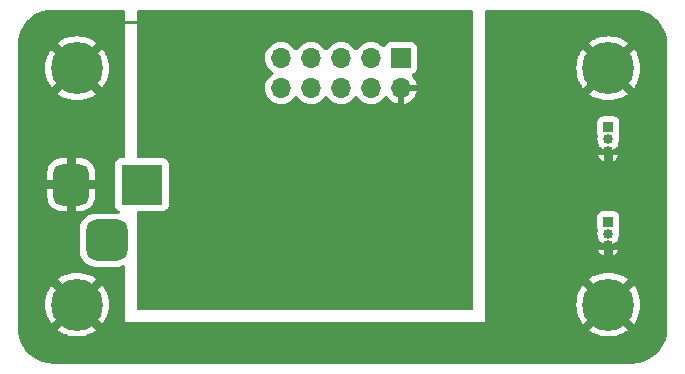
<source format=gbr>
%TF.GenerationSoftware,KiCad,Pcbnew,7.0.2-0*%
%TF.CreationDate,2023-10-10T16:02:43-04:00*%
%TF.ProjectId,WiringHarness,57697269-6e67-4486-9172-6e6573732e6b,rev?*%
%TF.SameCoordinates,Original*%
%TF.FileFunction,Copper,L2,Bot*%
%TF.FilePolarity,Positive*%
%FSLAX46Y46*%
G04 Gerber Fmt 4.6, Leading zero omitted, Abs format (unit mm)*
G04 Created by KiCad (PCBNEW 7.0.2-0) date 2023-10-10 16:02:43*
%MOMM*%
%LPD*%
G01*
G04 APERTURE LIST*
G04 Aperture macros list*
%AMRoundRect*
0 Rectangle with rounded corners*
0 $1 Rounding radius*
0 $2 $3 $4 $5 $6 $7 $8 $9 X,Y pos of 4 corners*
0 Add a 4 corners polygon primitive as box body*
4,1,4,$2,$3,$4,$5,$6,$7,$8,$9,$2,$3,0*
0 Add four circle primitives for the rounded corners*
1,1,$1+$1,$2,$3*
1,1,$1+$1,$4,$5*
1,1,$1+$1,$6,$7*
1,1,$1+$1,$8,$9*
0 Add four rect primitives between the rounded corners*
20,1,$1+$1,$2,$3,$4,$5,0*
20,1,$1+$1,$4,$5,$6,$7,0*
20,1,$1+$1,$6,$7,$8,$9,0*
20,1,$1+$1,$8,$9,$2,$3,0*%
G04 Aperture macros list end*
%TA.AperFunction,ComponentPad*%
%ADD10R,0.850000X0.850000*%
%TD*%
%TA.AperFunction,ComponentPad*%
%ADD11O,0.850000X0.850000*%
%TD*%
%TA.AperFunction,ComponentPad*%
%ADD12C,4.400000*%
%TD*%
%TA.AperFunction,ComponentPad*%
%ADD13R,3.500000X3.500000*%
%TD*%
%TA.AperFunction,ComponentPad*%
%ADD14RoundRect,0.750000X-0.750000X-1.000000X0.750000X-1.000000X0.750000X1.000000X-0.750000X1.000000X0*%
%TD*%
%TA.AperFunction,ComponentPad*%
%ADD15RoundRect,0.875000X-0.875000X-0.875000X0.875000X-0.875000X0.875000X0.875000X-0.875000X0.875000X0*%
%TD*%
%TA.AperFunction,ComponentPad*%
%ADD16R,1.700000X1.700000*%
%TD*%
%TA.AperFunction,ComponentPad*%
%ADD17O,1.700000X1.700000*%
%TD*%
%TA.AperFunction,ViaPad*%
%ADD18C,0.800000*%
%TD*%
%TA.AperFunction,Conductor*%
%ADD19C,0.250000*%
%TD*%
G04 APERTURE END LIST*
D10*
%TO.P,J3,1,Pin_1*%
%TO.N,/ServoX*%
X205000000Y-53000000D03*
D11*
%TO.P,J3,2,Pin_2*%
%TO.N,/VoutServo*%
X205000000Y-54000000D03*
%TO.P,J3,3,Pin_3*%
%TO.N,GND*%
X205000000Y-55000000D03*
%TD*%
D12*
%TO.P,H5,1,1*%
%TO.N,GND*%
X160000000Y-40000000D03*
%TD*%
%TO.P,H3,1,1*%
%TO.N,GND*%
X160000000Y-60000000D03*
%TD*%
D10*
%TO.P,J2,1,Pin_1*%
%TO.N,/ServoY*%
X205000000Y-45000000D03*
D11*
%TO.P,J2,2,Pin_2*%
%TO.N,/VoutServo*%
X205000000Y-46000000D03*
%TO.P,J2,3,Pin_3*%
%TO.N,GND*%
X205000000Y-47000000D03*
%TD*%
D13*
%TO.P,J1,1*%
%TO.N,+12V*%
X165512000Y-49842500D03*
D14*
%TO.P,J1,2*%
%TO.N,GND*%
X159512000Y-49842500D03*
D15*
%TO.P,J1,3*%
%TO.N,N/C*%
X162512000Y-54542500D03*
%TD*%
D12*
%TO.P,H2,1,1*%
%TO.N,GND*%
X205000000Y-60000000D03*
%TD*%
D16*
%TO.P,J4,1,Pin_1*%
%TO.N,unconnected-(J4-Pin_1-Pad1)*%
X187452000Y-39116000D03*
D17*
%TO.P,J4,2,Pin_2*%
%TO.N,GND*%
X187452000Y-41656000D03*
%TO.P,J4,3,Pin_3*%
%TO.N,unconnected-(J4-Pin_3-Pad3)*%
X184912000Y-39116000D03*
%TO.P,J4,4,Pin_4*%
%TO.N,/Vsys*%
X184912000Y-41656000D03*
%TO.P,J4,5,Pin_5*%
%TO.N,unconnected-(J4-Pin_5-Pad5)*%
X182372000Y-39116000D03*
%TO.P,J4,6,Pin_6*%
%TO.N,/ServoX*%
X182372000Y-41656000D03*
%TO.P,J4,7,Pin_7*%
%TO.N,unconnected-(J4-Pin_7-Pad7)*%
X179832000Y-39116000D03*
%TO.P,J4,8,Pin_8*%
%TO.N,/ServoY*%
X179832000Y-41656000D03*
%TO.P,J4,9,Pin_9*%
%TO.N,unconnected-(J4-Pin_9-Pad9)*%
X177292000Y-39116000D03*
%TO.P,J4,10,Pin_10*%
%TO.N,unconnected-(J4-Pin_10-Pad10)*%
X177292000Y-41656000D03*
%TD*%
D12*
%TO.P,H1,1,1*%
%TO.N,GND*%
X205000000Y-40000000D03*
%TD*%
D18*
%TO.N,GND*%
X177000000Y-48000000D03*
X199644000Y-50800000D03*
X196596000Y-52324000D03*
X199644000Y-49276000D03*
X182372000Y-48768000D03*
X198628000Y-64008000D03*
X180848000Y-48768000D03*
X183896000Y-50292000D03*
X198120000Y-52324000D03*
X196596000Y-49276000D03*
X177000000Y-52000000D03*
X198120000Y-49276000D03*
X183896000Y-48768000D03*
X202000000Y-64000000D03*
X182372000Y-51816000D03*
X196596000Y-50800000D03*
X203524000Y-64000000D03*
X177000000Y-50000000D03*
X180848000Y-50292000D03*
X183896000Y-51816000D03*
X182372000Y-50292000D03*
X199644000Y-52324000D03*
X198120000Y-50800000D03*
X200152000Y-64008000D03*
X180848000Y-51816000D03*
%TD*%
D19*
%TO.N,GND*%
X163576000Y-36068000D02*
X165608000Y-36068000D01*
%TD*%
%TA.AperFunction,Conductor*%
%TO.N,GND*%
G36*
X164027039Y-35071685D02*
G01*
X164072794Y-35124489D01*
X164084000Y-35176000D01*
X164084000Y-47468000D01*
X164064315Y-47535039D01*
X164011511Y-47580794D01*
X163960001Y-47592000D01*
X163717439Y-47592000D01*
X163717420Y-47592000D01*
X163714128Y-47592001D01*
X163710848Y-47592353D01*
X163710840Y-47592354D01*
X163654515Y-47598409D01*
X163519669Y-47648704D01*
X163404454Y-47734954D01*
X163318204Y-47850168D01*
X163267909Y-47985016D01*
X163262195Y-48038167D01*
X163261500Y-48044627D01*
X163261500Y-48047948D01*
X163261500Y-48047949D01*
X163261500Y-51637060D01*
X163261500Y-51637078D01*
X163261501Y-51640372D01*
X163267909Y-51699983D01*
X163318204Y-51834831D01*
X163404454Y-51950046D01*
X163519669Y-52036296D01*
X163566940Y-52053927D01*
X163622873Y-52095796D01*
X163647291Y-52161261D01*
X163632440Y-52229534D01*
X163583035Y-52278940D01*
X163517033Y-52293934D01*
X163482242Y-52292086D01*
X163482240Y-52292085D01*
X163480622Y-52292000D01*
X161543378Y-52292000D01*
X161541753Y-52292086D01*
X161541727Y-52292087D01*
X161495040Y-52294567D01*
X161495031Y-52294568D01*
X161490759Y-52294795D01*
X161486561Y-52295606D01*
X161486552Y-52295608D01*
X161260877Y-52339254D01*
X161041807Y-52421927D01*
X160839868Y-52540430D01*
X160660858Y-52691358D01*
X160509930Y-52870368D01*
X160391427Y-53072307D01*
X160308754Y-53291377D01*
X160265108Y-53517052D01*
X160265106Y-53517061D01*
X160264295Y-53521259D01*
X160264068Y-53525531D01*
X160264067Y-53525540D01*
X160261587Y-53572227D01*
X160261586Y-53572253D01*
X160261500Y-53573878D01*
X160261500Y-55511122D01*
X160261586Y-55512747D01*
X160261587Y-55512772D01*
X160264067Y-55559459D01*
X160264067Y-55559466D01*
X160264295Y-55563741D01*
X160308755Y-55793626D01*
X160391426Y-56012690D01*
X160509930Y-56214632D01*
X160660858Y-56393642D01*
X160839868Y-56544570D01*
X161041810Y-56663074D01*
X161260874Y-56745745D01*
X161490759Y-56790205D01*
X161543378Y-56793000D01*
X161545022Y-56793000D01*
X163478978Y-56793000D01*
X163480622Y-56793000D01*
X163533241Y-56790205D01*
X163763126Y-56745745D01*
X163916220Y-56687969D01*
X163985890Y-56682717D01*
X164047342Y-56715965D01*
X164081064Y-56777158D01*
X164084000Y-56803984D01*
X164084000Y-61468000D01*
X194564000Y-61468000D01*
X194564000Y-60003736D01*
X202295291Y-60003736D01*
X202314560Y-60322302D01*
X202315462Y-60329732D01*
X202372990Y-60643651D01*
X202374778Y-60650907D01*
X202469729Y-60955613D01*
X202472374Y-60962589D01*
X202603362Y-61253631D01*
X202606836Y-61260251D01*
X202771945Y-61533373D01*
X202776191Y-61539525D01*
X202843821Y-61625847D01*
X204003576Y-60466092D01*
X204043038Y-60552502D01*
X204164894Y-60723624D01*
X204316932Y-60868592D01*
X204493658Y-60982167D01*
X204532580Y-60997749D01*
X203374151Y-62156177D01*
X203374151Y-62156178D01*
X203460470Y-62223805D01*
X203466631Y-62228058D01*
X203739748Y-62393163D01*
X203746368Y-62396637D01*
X204037410Y-62527625D01*
X204044386Y-62530270D01*
X204349092Y-62625221D01*
X204356348Y-62627009D01*
X204670267Y-62684537D01*
X204677697Y-62685439D01*
X204996264Y-62704709D01*
X205003736Y-62704709D01*
X205322302Y-62685439D01*
X205329732Y-62684537D01*
X205643651Y-62627009D01*
X205650907Y-62625221D01*
X205955613Y-62530270D01*
X205962589Y-62527625D01*
X206253631Y-62396637D01*
X206260251Y-62393163D01*
X206533368Y-62228058D01*
X206539531Y-62223803D01*
X206625848Y-62156178D01*
X205466663Y-60996993D01*
X205597410Y-60929589D01*
X205762540Y-60799729D01*
X205900110Y-60640965D01*
X205999370Y-60469040D01*
X207156178Y-61625848D01*
X207223803Y-61539531D01*
X207228058Y-61533368D01*
X207393163Y-61260251D01*
X207396637Y-61253631D01*
X207527625Y-60962589D01*
X207530270Y-60955613D01*
X207625221Y-60650907D01*
X207627009Y-60643651D01*
X207684537Y-60329732D01*
X207685439Y-60322302D01*
X207704709Y-60003736D01*
X207704709Y-59996263D01*
X207685439Y-59677697D01*
X207684537Y-59670267D01*
X207627009Y-59356348D01*
X207625221Y-59349092D01*
X207530270Y-59044386D01*
X207527625Y-59037410D01*
X207396637Y-58746368D01*
X207393163Y-58739748D01*
X207228058Y-58466631D01*
X207223805Y-58460470D01*
X207156177Y-58374151D01*
X205996422Y-59533905D01*
X205956962Y-59447498D01*
X205835106Y-59276376D01*
X205683068Y-59131408D01*
X205506342Y-59017833D01*
X205467419Y-59002250D01*
X206625847Y-57843821D01*
X206625847Y-57843820D01*
X206539525Y-57776191D01*
X206533373Y-57771945D01*
X206260251Y-57606836D01*
X206253631Y-57603362D01*
X205962589Y-57472374D01*
X205955613Y-57469729D01*
X205650907Y-57374778D01*
X205643651Y-57372990D01*
X205329732Y-57315462D01*
X205322302Y-57314560D01*
X205003736Y-57295291D01*
X204996264Y-57295291D01*
X204677697Y-57314560D01*
X204670267Y-57315462D01*
X204356348Y-57372990D01*
X204349092Y-57374778D01*
X204044386Y-57469729D01*
X204037410Y-57472374D01*
X203746368Y-57603362D01*
X203739748Y-57606836D01*
X203466626Y-57771945D01*
X203460474Y-57776191D01*
X203374151Y-57843820D01*
X203374151Y-57843821D01*
X204533336Y-59003006D01*
X204402590Y-59070411D01*
X204237460Y-59200271D01*
X204099890Y-59359035D01*
X204000630Y-59530958D01*
X202843821Y-58374151D01*
X202843820Y-58374151D01*
X202776191Y-58460474D01*
X202771945Y-58466626D01*
X202606836Y-58739748D01*
X202603362Y-58746368D01*
X202472374Y-59037410D01*
X202469729Y-59044386D01*
X202374778Y-59349092D01*
X202372990Y-59356348D01*
X202315462Y-59670267D01*
X202314560Y-59677697D01*
X202295291Y-59996263D01*
X202295291Y-60003736D01*
X194564000Y-60003736D01*
X194564000Y-55375001D01*
X204149241Y-55375001D01*
X204150314Y-55378303D01*
X204247536Y-55546696D01*
X204377643Y-55691192D01*
X204534953Y-55805486D01*
X204624999Y-55845576D01*
X204625000Y-55845576D01*
X204625000Y-55375000D01*
X205375000Y-55375000D01*
X205375000Y-55845576D01*
X205465046Y-55805486D01*
X205622356Y-55691192D01*
X205752463Y-55546696D01*
X205849685Y-55378303D01*
X205850758Y-55375001D01*
X205850758Y-55375000D01*
X205375000Y-55375000D01*
X204625000Y-55375000D01*
X204149242Y-55375000D01*
X204149241Y-55375001D01*
X194564000Y-55375001D01*
X194564000Y-54000000D01*
X204069402Y-54000000D01*
X204089738Y-54193482D01*
X204089739Y-54193485D01*
X204149855Y-54378507D01*
X204184492Y-54438500D01*
X204200965Y-54506400D01*
X204184492Y-54562500D01*
X204150315Y-54621696D01*
X204149241Y-54624998D01*
X204149243Y-54625000D01*
X204262161Y-54625000D01*
X204329200Y-54644685D01*
X204354309Y-54666026D01*
X204377308Y-54691569D01*
X204534701Y-54805922D01*
X204677335Y-54869426D01*
X204712431Y-54885052D01*
X204768211Y-54896908D01*
X204764505Y-54902455D01*
X204745102Y-55000000D01*
X204764505Y-55097545D01*
X204819760Y-55180240D01*
X204902455Y-55235495D01*
X204975376Y-55250000D01*
X205024624Y-55250000D01*
X205097545Y-55235495D01*
X205180240Y-55180240D01*
X205235495Y-55097545D01*
X205254898Y-55000000D01*
X205235495Y-54902455D01*
X205231788Y-54896908D01*
X205287568Y-54885052D01*
X205287569Y-54885051D01*
X205287571Y-54885051D01*
X205465299Y-54805922D01*
X205622692Y-54691569D01*
X205645690Y-54666026D01*
X205705176Y-54629379D01*
X205737839Y-54625000D01*
X205850757Y-54625000D01*
X205850758Y-54624998D01*
X205849685Y-54621699D01*
X205815507Y-54562501D01*
X205799034Y-54494601D01*
X205815508Y-54438499D01*
X205850144Y-54378508D01*
X205850143Y-54378507D01*
X205910262Y-54193482D01*
X205930598Y-54000000D01*
X205910262Y-53806518D01*
X205880150Y-53713844D01*
X205878156Y-53644006D01*
X205881895Y-53632210D01*
X205919091Y-53532483D01*
X205925500Y-53472873D01*
X205925499Y-52527128D01*
X205919091Y-52467517D01*
X205868796Y-52332669D01*
X205782546Y-52217454D01*
X205667331Y-52131204D01*
X205532483Y-52080909D01*
X205472873Y-52074500D01*
X205469550Y-52074500D01*
X204530439Y-52074500D01*
X204530420Y-52074500D01*
X204527128Y-52074501D01*
X204523848Y-52074853D01*
X204523840Y-52074854D01*
X204467515Y-52080909D01*
X204332669Y-52131204D01*
X204217454Y-52217454D01*
X204131204Y-52332668D01*
X204080910Y-52467515D01*
X204080909Y-52467517D01*
X204074500Y-52527127D01*
X204074500Y-52530448D01*
X204074500Y-52530449D01*
X204074500Y-53469560D01*
X204074500Y-53469578D01*
X204074501Y-53472872D01*
X204074853Y-53476152D01*
X204074854Y-53476159D01*
X204080909Y-53532484D01*
X204118099Y-53632195D01*
X204123083Y-53701887D01*
X204119848Y-53713845D01*
X204089739Y-53806514D01*
X204089738Y-53806518D01*
X204069402Y-54000000D01*
X194564000Y-54000000D01*
X194564000Y-47375001D01*
X204149241Y-47375001D01*
X204150314Y-47378303D01*
X204247536Y-47546696D01*
X204377643Y-47691192D01*
X204534953Y-47805486D01*
X204624999Y-47845576D01*
X204625000Y-47845576D01*
X204625000Y-47375000D01*
X205375000Y-47375000D01*
X205375000Y-47845576D01*
X205465046Y-47805486D01*
X205622356Y-47691192D01*
X205752463Y-47546696D01*
X205849685Y-47378303D01*
X205850758Y-47375001D01*
X205850758Y-47375000D01*
X205375000Y-47375000D01*
X204625000Y-47375000D01*
X204149242Y-47375000D01*
X204149241Y-47375001D01*
X194564000Y-47375001D01*
X194564000Y-46000000D01*
X204069402Y-46000000D01*
X204089738Y-46193482D01*
X204089739Y-46193485D01*
X204149855Y-46378507D01*
X204184492Y-46438500D01*
X204200965Y-46506400D01*
X204184492Y-46562500D01*
X204150315Y-46621696D01*
X204149241Y-46624998D01*
X204149243Y-46625000D01*
X204262161Y-46625000D01*
X204329200Y-46644685D01*
X204354309Y-46666026D01*
X204377308Y-46691569D01*
X204534701Y-46805922D01*
X204677335Y-46869426D01*
X204712431Y-46885052D01*
X204768211Y-46896908D01*
X204764505Y-46902455D01*
X204745102Y-47000000D01*
X204764505Y-47097545D01*
X204819760Y-47180240D01*
X204902455Y-47235495D01*
X204975376Y-47250000D01*
X205024624Y-47250000D01*
X205097545Y-47235495D01*
X205180240Y-47180240D01*
X205235495Y-47097545D01*
X205254898Y-47000000D01*
X205235495Y-46902455D01*
X205231788Y-46896908D01*
X205287568Y-46885052D01*
X205287569Y-46885051D01*
X205287571Y-46885051D01*
X205465299Y-46805922D01*
X205622692Y-46691569D01*
X205645690Y-46666026D01*
X205705176Y-46629379D01*
X205737839Y-46625000D01*
X205850757Y-46625000D01*
X205850758Y-46624998D01*
X205849685Y-46621699D01*
X205815507Y-46562501D01*
X205799034Y-46494601D01*
X205815508Y-46438499D01*
X205850144Y-46378508D01*
X205850143Y-46378507D01*
X205910262Y-46193482D01*
X205930598Y-46000000D01*
X205910262Y-45806518D01*
X205880150Y-45713844D01*
X205878156Y-45644006D01*
X205881895Y-45632210D01*
X205919091Y-45532483D01*
X205925500Y-45472873D01*
X205925499Y-44527128D01*
X205919091Y-44467517D01*
X205868796Y-44332669D01*
X205782546Y-44217454D01*
X205667331Y-44131204D01*
X205532483Y-44080909D01*
X205472873Y-44074500D01*
X205469550Y-44074500D01*
X204530439Y-44074500D01*
X204530420Y-44074500D01*
X204527128Y-44074501D01*
X204523848Y-44074853D01*
X204523840Y-44074854D01*
X204467515Y-44080909D01*
X204332669Y-44131204D01*
X204217454Y-44217454D01*
X204131204Y-44332668D01*
X204080910Y-44467515D01*
X204080909Y-44467517D01*
X204074500Y-44527127D01*
X204074500Y-44530448D01*
X204074500Y-44530449D01*
X204074500Y-45469560D01*
X204074500Y-45469578D01*
X204074501Y-45472872D01*
X204074853Y-45476152D01*
X204074854Y-45476159D01*
X204080909Y-45532484D01*
X204118099Y-45632195D01*
X204123083Y-45701887D01*
X204119848Y-45713845D01*
X204089739Y-45806514D01*
X204089738Y-45806518D01*
X204069402Y-46000000D01*
X194564000Y-46000000D01*
X194564000Y-40003736D01*
X202295291Y-40003736D01*
X202314560Y-40322302D01*
X202315462Y-40329732D01*
X202372990Y-40643651D01*
X202374778Y-40650907D01*
X202469729Y-40955613D01*
X202472374Y-40962589D01*
X202603362Y-41253631D01*
X202606836Y-41260251D01*
X202771945Y-41533373D01*
X202776191Y-41539525D01*
X202843821Y-41625847D01*
X204003576Y-40466092D01*
X204043038Y-40552502D01*
X204164894Y-40723624D01*
X204316932Y-40868592D01*
X204493658Y-40982167D01*
X204532580Y-40997749D01*
X203374151Y-42156177D01*
X203374151Y-42156178D01*
X203460470Y-42223805D01*
X203466631Y-42228058D01*
X203739748Y-42393163D01*
X203746368Y-42396637D01*
X204037410Y-42527625D01*
X204044386Y-42530270D01*
X204349092Y-42625221D01*
X204356348Y-42627009D01*
X204670267Y-42684537D01*
X204677697Y-42685439D01*
X204996264Y-42704709D01*
X205003736Y-42704709D01*
X205322302Y-42685439D01*
X205329732Y-42684537D01*
X205643651Y-42627009D01*
X205650907Y-42625221D01*
X205955613Y-42530270D01*
X205962589Y-42527625D01*
X206253631Y-42396637D01*
X206260251Y-42393163D01*
X206533368Y-42228058D01*
X206539531Y-42223803D01*
X206625848Y-42156178D01*
X205466663Y-40996993D01*
X205597410Y-40929589D01*
X205762540Y-40799729D01*
X205900110Y-40640965D01*
X205999370Y-40469040D01*
X207156178Y-41625848D01*
X207223803Y-41539531D01*
X207228058Y-41533368D01*
X207393163Y-41260251D01*
X207396637Y-41253631D01*
X207527625Y-40962589D01*
X207530270Y-40955613D01*
X207625221Y-40650907D01*
X207627009Y-40643651D01*
X207684537Y-40329732D01*
X207685439Y-40322302D01*
X207704709Y-40003736D01*
X207704709Y-39996263D01*
X207685439Y-39677697D01*
X207684537Y-39670267D01*
X207627009Y-39356348D01*
X207625221Y-39349092D01*
X207530270Y-39044386D01*
X207527625Y-39037410D01*
X207396637Y-38746368D01*
X207393163Y-38739748D01*
X207228058Y-38466631D01*
X207223805Y-38460470D01*
X207156177Y-38374151D01*
X205996422Y-39533905D01*
X205956962Y-39447498D01*
X205835106Y-39276376D01*
X205683068Y-39131408D01*
X205506342Y-39017833D01*
X205467418Y-39002250D01*
X206625847Y-37843821D01*
X206625847Y-37843820D01*
X206539525Y-37776191D01*
X206533373Y-37771945D01*
X206260251Y-37606836D01*
X206253631Y-37603362D01*
X205962589Y-37472374D01*
X205955613Y-37469729D01*
X205650907Y-37374778D01*
X205643651Y-37372990D01*
X205329732Y-37315462D01*
X205322302Y-37314560D01*
X205003736Y-37295291D01*
X204996264Y-37295291D01*
X204677697Y-37314560D01*
X204670267Y-37315462D01*
X204356348Y-37372990D01*
X204349092Y-37374778D01*
X204044386Y-37469729D01*
X204037410Y-37472374D01*
X203746368Y-37603362D01*
X203739748Y-37606836D01*
X203466626Y-37771945D01*
X203460474Y-37776191D01*
X203374151Y-37843820D01*
X203374151Y-37843821D01*
X204533335Y-39003007D01*
X204402590Y-39070411D01*
X204237460Y-39200271D01*
X204099890Y-39359035D01*
X204000630Y-39530958D01*
X202843821Y-38374151D01*
X202843820Y-38374151D01*
X202776191Y-38460474D01*
X202771945Y-38466626D01*
X202606836Y-38739748D01*
X202603362Y-38746368D01*
X202472374Y-39037410D01*
X202469729Y-39044386D01*
X202374778Y-39349092D01*
X202372990Y-39356348D01*
X202315462Y-39670267D01*
X202314560Y-39677697D01*
X202295291Y-39996263D01*
X202295291Y-40003736D01*
X194564000Y-40003736D01*
X194564000Y-35176000D01*
X194583685Y-35108961D01*
X194636489Y-35063206D01*
X194688000Y-35052000D01*
X207520465Y-35052000D01*
X207541234Y-35053751D01*
X207635319Y-35069737D01*
X207646611Y-35072203D01*
X207796693Y-35112418D01*
X207949188Y-35156351D01*
X207959253Y-35159726D01*
X208104710Y-35215562D01*
X208107599Y-35216714D01*
X208251768Y-35276430D01*
X208260594Y-35280500D01*
X208400064Y-35351565D01*
X208403748Y-35353521D01*
X208493848Y-35403316D01*
X208539548Y-35428574D01*
X208547061Y-35433081D01*
X208678754Y-35518604D01*
X208682947Y-35521452D01*
X208809147Y-35610996D01*
X208815428Y-35615759D01*
X208937567Y-35714665D01*
X208942158Y-35718571D01*
X209057424Y-35821579D01*
X209062478Y-35826358D01*
X209173640Y-35937520D01*
X209178419Y-35942574D01*
X209281427Y-36057840D01*
X209285333Y-36062431D01*
X209384239Y-36184570D01*
X209389002Y-36190851D01*
X209478546Y-36317051D01*
X209481409Y-36321266D01*
X209566907Y-36452921D01*
X209571430Y-36460460D01*
X209646477Y-36596250D01*
X209648433Y-36599934D01*
X209719498Y-36739404D01*
X209723575Y-36748247D01*
X209783259Y-36892337D01*
X209784462Y-36895353D01*
X209840265Y-37040727D01*
X209843655Y-37050836D01*
X209887579Y-37203297D01*
X209927793Y-37353379D01*
X209930262Y-37364685D01*
X209957394Y-37524369D01*
X209981040Y-37673670D01*
X209982371Y-37686108D01*
X209992509Y-37866617D01*
X209999330Y-37996756D01*
X209999500Y-38003246D01*
X209999500Y-61996753D01*
X209999330Y-62003243D01*
X209992509Y-62133382D01*
X209982372Y-62313887D01*
X209981040Y-62326331D01*
X209957394Y-62475629D01*
X209930263Y-62635308D01*
X209927791Y-62646624D01*
X209887579Y-62796701D01*
X209843653Y-62949170D01*
X209840268Y-62959263D01*
X209784462Y-63104645D01*
X209783259Y-63107661D01*
X209723575Y-63251751D01*
X209719498Y-63260594D01*
X209648433Y-63400064D01*
X209646477Y-63403748D01*
X209571430Y-63539538D01*
X209566897Y-63547094D01*
X209481412Y-63678728D01*
X209478546Y-63682947D01*
X209389002Y-63809147D01*
X209384239Y-63815428D01*
X209285333Y-63937567D01*
X209281427Y-63942158D01*
X209178419Y-64057424D01*
X209173640Y-64062478D01*
X209062478Y-64173640D01*
X209057424Y-64178419D01*
X208942158Y-64281427D01*
X208937567Y-64285333D01*
X208815428Y-64384239D01*
X208809147Y-64389002D01*
X208682947Y-64478546D01*
X208678728Y-64481412D01*
X208547094Y-64566897D01*
X208539538Y-64571430D01*
X208403748Y-64646477D01*
X208400064Y-64648433D01*
X208260594Y-64719498D01*
X208251751Y-64723575D01*
X208107661Y-64783259D01*
X208104645Y-64784462D01*
X207959271Y-64840265D01*
X207949162Y-64843655D01*
X207796702Y-64887579D01*
X207646619Y-64927793D01*
X207635313Y-64930262D01*
X207475630Y-64957394D01*
X207326328Y-64981040D01*
X207313890Y-64982371D01*
X207133382Y-64992509D01*
X207003244Y-64999330D01*
X206996754Y-64999500D01*
X158003247Y-64999500D01*
X157996757Y-64999330D01*
X157866617Y-64992509D01*
X157686111Y-64982372D01*
X157673666Y-64981040D01*
X157524369Y-64957394D01*
X157364690Y-64930263D01*
X157353374Y-64927791D01*
X157203298Y-64887579D01*
X157050828Y-64843653D01*
X157040735Y-64840268D01*
X156895353Y-64784462D01*
X156892337Y-64783259D01*
X156748247Y-64723575D01*
X156739404Y-64719498D01*
X156599934Y-64648433D01*
X156596250Y-64646477D01*
X156460460Y-64571430D01*
X156452921Y-64566907D01*
X156321266Y-64481409D01*
X156317051Y-64478546D01*
X156190851Y-64389002D01*
X156184570Y-64384239D01*
X156062431Y-64285333D01*
X156057840Y-64281427D01*
X155942574Y-64178419D01*
X155937520Y-64173640D01*
X155826358Y-64062478D01*
X155821579Y-64057424D01*
X155718571Y-63942158D01*
X155714665Y-63937567D01*
X155615759Y-63815428D01*
X155610996Y-63809147D01*
X155521452Y-63682947D01*
X155518604Y-63678754D01*
X155433081Y-63547061D01*
X155428568Y-63539538D01*
X155353521Y-63403748D01*
X155351565Y-63400064D01*
X155280500Y-63260594D01*
X155276430Y-63251768D01*
X155216714Y-63107599D01*
X155215562Y-63104710D01*
X155159729Y-62959260D01*
X155156346Y-62949170D01*
X155112414Y-62796679D01*
X155107316Y-62777652D01*
X155072202Y-62646605D01*
X155069738Y-62635323D01*
X155042601Y-62475606D01*
X155018956Y-62326316D01*
X155017627Y-62313890D01*
X155012568Y-62223803D01*
X155007490Y-62133382D01*
X155000669Y-62003243D01*
X155000500Y-61996755D01*
X155000500Y-60003736D01*
X157295291Y-60003736D01*
X157314560Y-60322302D01*
X157315462Y-60329732D01*
X157372990Y-60643651D01*
X157374778Y-60650907D01*
X157469729Y-60955613D01*
X157472374Y-60962589D01*
X157603362Y-61253631D01*
X157606836Y-61260251D01*
X157771945Y-61533373D01*
X157776191Y-61539525D01*
X157843820Y-61625847D01*
X157843821Y-61625847D01*
X159003576Y-60466092D01*
X159043038Y-60552502D01*
X159164894Y-60723624D01*
X159316932Y-60868592D01*
X159493658Y-60982167D01*
X159532580Y-60997749D01*
X158374151Y-62156177D01*
X158374151Y-62156178D01*
X158460470Y-62223805D01*
X158466631Y-62228058D01*
X158739748Y-62393163D01*
X158746368Y-62396637D01*
X159037410Y-62527625D01*
X159044386Y-62530270D01*
X159349092Y-62625221D01*
X159356348Y-62627009D01*
X159670267Y-62684537D01*
X159677697Y-62685439D01*
X159996264Y-62704709D01*
X160003736Y-62704709D01*
X160322302Y-62685439D01*
X160329732Y-62684537D01*
X160643651Y-62627009D01*
X160650907Y-62625221D01*
X160955613Y-62530270D01*
X160962589Y-62527625D01*
X161253631Y-62396637D01*
X161260251Y-62393163D01*
X161533368Y-62228058D01*
X161539531Y-62223803D01*
X161625848Y-62156178D01*
X160466663Y-60996993D01*
X160597410Y-60929589D01*
X160762540Y-60799729D01*
X160900110Y-60640965D01*
X160999370Y-60469040D01*
X162156178Y-61625848D01*
X162223803Y-61539531D01*
X162228058Y-61533368D01*
X162393163Y-61260251D01*
X162396637Y-61253631D01*
X162527625Y-60962589D01*
X162530270Y-60955613D01*
X162625221Y-60650907D01*
X162627009Y-60643651D01*
X162684537Y-60329732D01*
X162685439Y-60322302D01*
X162704709Y-60003736D01*
X162704709Y-59996263D01*
X162685439Y-59677697D01*
X162684537Y-59670267D01*
X162627009Y-59356348D01*
X162625221Y-59349092D01*
X162530270Y-59044386D01*
X162527625Y-59037410D01*
X162396637Y-58746368D01*
X162393163Y-58739748D01*
X162228058Y-58466631D01*
X162223805Y-58460470D01*
X162156177Y-58374151D01*
X160996422Y-59533905D01*
X160956962Y-59447498D01*
X160835106Y-59276376D01*
X160683068Y-59131408D01*
X160506342Y-59017833D01*
X160467419Y-59002250D01*
X161625847Y-57843821D01*
X161625847Y-57843820D01*
X161539525Y-57776191D01*
X161533373Y-57771945D01*
X161260251Y-57606836D01*
X161253631Y-57603362D01*
X160962589Y-57472374D01*
X160955613Y-57469729D01*
X160650907Y-57374778D01*
X160643651Y-57372990D01*
X160329732Y-57315462D01*
X160322302Y-57314560D01*
X160003736Y-57295291D01*
X159996264Y-57295291D01*
X159677697Y-57314560D01*
X159670267Y-57315462D01*
X159356348Y-57372990D01*
X159349092Y-57374778D01*
X159044386Y-57469729D01*
X159037410Y-57472374D01*
X158746368Y-57603362D01*
X158739748Y-57606836D01*
X158466626Y-57771945D01*
X158460474Y-57776191D01*
X158374151Y-57843820D01*
X158374151Y-57843821D01*
X159533336Y-59003006D01*
X159402590Y-59070411D01*
X159237460Y-59200271D01*
X159099890Y-59359035D01*
X159000629Y-59530959D01*
X157843821Y-58374151D01*
X157843820Y-58374151D01*
X157776191Y-58460474D01*
X157771945Y-58466626D01*
X157606836Y-58739748D01*
X157603362Y-58746368D01*
X157472374Y-59037410D01*
X157469729Y-59044386D01*
X157374778Y-59349092D01*
X157372990Y-59356348D01*
X157315462Y-59670267D01*
X157314560Y-59677697D01*
X157295291Y-59996263D01*
X157295291Y-60003736D01*
X155000500Y-60003736D01*
X155000500Y-49467500D01*
X157512000Y-49467500D01*
X159012000Y-49467500D01*
X159012000Y-50217500D01*
X157512001Y-50217500D01*
X157512001Y-50904244D01*
X157512192Y-50909125D01*
X157522400Y-51038831D01*
X157577377Y-51257018D01*
X157670430Y-51461879D01*
X157798565Y-51646832D01*
X157957667Y-51805934D01*
X158142620Y-51934069D01*
X158347481Y-52027122D01*
X158565668Y-52082099D01*
X158695374Y-52092308D01*
X158700254Y-52092499D01*
X159136999Y-52092499D01*
X159137000Y-52092498D01*
X159137000Y-51173248D01*
X159181202Y-51224261D01*
X159302156Y-51301993D01*
X159440111Y-51342500D01*
X159583889Y-51342500D01*
X159721844Y-51301993D01*
X159842798Y-51224261D01*
X159887000Y-51173248D01*
X159887000Y-52092499D01*
X160323744Y-52092499D01*
X160328625Y-52092307D01*
X160458331Y-52082099D01*
X160676518Y-52027122D01*
X160881379Y-51934069D01*
X161066332Y-51805934D01*
X161225434Y-51646832D01*
X161353569Y-51461879D01*
X161446622Y-51257018D01*
X161501599Y-51038831D01*
X161511808Y-50909125D01*
X161512000Y-50904245D01*
X161512000Y-50217500D01*
X160012000Y-50217500D01*
X160012000Y-49467500D01*
X161511999Y-49467500D01*
X161511999Y-48780755D01*
X161511807Y-48775874D01*
X161501599Y-48646168D01*
X161446622Y-48427981D01*
X161353569Y-48223120D01*
X161225434Y-48038167D01*
X161066332Y-47879065D01*
X160881379Y-47750930D01*
X160676518Y-47657877D01*
X160458331Y-47602900D01*
X160328625Y-47592691D01*
X160323746Y-47592500D01*
X159887000Y-47592500D01*
X159887000Y-48511751D01*
X159842798Y-48460739D01*
X159721844Y-48383007D01*
X159583889Y-48342500D01*
X159440111Y-48342500D01*
X159302156Y-48383007D01*
X159181202Y-48460739D01*
X159137000Y-48511751D01*
X159137000Y-47592500D01*
X158700255Y-47592500D01*
X158695374Y-47592692D01*
X158565668Y-47602900D01*
X158347481Y-47657877D01*
X158142620Y-47750930D01*
X157957667Y-47879065D01*
X157798565Y-48038167D01*
X157670430Y-48223120D01*
X157577377Y-48427981D01*
X157522400Y-48646168D01*
X157512191Y-48775874D01*
X157512000Y-48780754D01*
X157512000Y-49467500D01*
X155000500Y-49467500D01*
X155000500Y-40003736D01*
X157295291Y-40003736D01*
X157314560Y-40322302D01*
X157315462Y-40329732D01*
X157372990Y-40643651D01*
X157374778Y-40650907D01*
X157469729Y-40955613D01*
X157472374Y-40962589D01*
X157603362Y-41253631D01*
X157606836Y-41260251D01*
X157771945Y-41533373D01*
X157776191Y-41539525D01*
X157843821Y-41625847D01*
X159003576Y-40466092D01*
X159043038Y-40552502D01*
X159164894Y-40723624D01*
X159316932Y-40868592D01*
X159493658Y-40982167D01*
X159532580Y-40997749D01*
X158374151Y-42156177D01*
X158374151Y-42156178D01*
X158460470Y-42223805D01*
X158466631Y-42228058D01*
X158739748Y-42393163D01*
X158746368Y-42396637D01*
X159037410Y-42527625D01*
X159044386Y-42530270D01*
X159349092Y-42625221D01*
X159356348Y-42627009D01*
X159670267Y-42684537D01*
X159677697Y-42685439D01*
X159996264Y-42704709D01*
X160003736Y-42704709D01*
X160322302Y-42685439D01*
X160329732Y-42684537D01*
X160643651Y-42627009D01*
X160650907Y-42625221D01*
X160955613Y-42530270D01*
X160962589Y-42527625D01*
X161253631Y-42396637D01*
X161260251Y-42393163D01*
X161533368Y-42228058D01*
X161539531Y-42223803D01*
X161625848Y-42156178D01*
X160466663Y-40996993D01*
X160597410Y-40929589D01*
X160762540Y-40799729D01*
X160900110Y-40640965D01*
X160999370Y-40469040D01*
X162156177Y-41625847D01*
X162156178Y-41625847D01*
X162223804Y-41539531D01*
X162228058Y-41533368D01*
X162393163Y-41260251D01*
X162396637Y-41253631D01*
X162527625Y-40962589D01*
X162530270Y-40955613D01*
X162625221Y-40650907D01*
X162627009Y-40643651D01*
X162684537Y-40329732D01*
X162685439Y-40322302D01*
X162704709Y-40003736D01*
X162704709Y-39996263D01*
X162685439Y-39677697D01*
X162684537Y-39670267D01*
X162627009Y-39356348D01*
X162625221Y-39349092D01*
X162530270Y-39044386D01*
X162527625Y-39037410D01*
X162396637Y-38746368D01*
X162393163Y-38739748D01*
X162228058Y-38466631D01*
X162223805Y-38460470D01*
X162156177Y-38374151D01*
X160996422Y-39533905D01*
X160956962Y-39447498D01*
X160835106Y-39276376D01*
X160683068Y-39131408D01*
X160506342Y-39017833D01*
X160467419Y-39002250D01*
X161625847Y-37843821D01*
X161625847Y-37843820D01*
X161539525Y-37776191D01*
X161533373Y-37771945D01*
X161260251Y-37606836D01*
X161253631Y-37603362D01*
X160962589Y-37472374D01*
X160955613Y-37469729D01*
X160650907Y-37374778D01*
X160643651Y-37372990D01*
X160329732Y-37315462D01*
X160322302Y-37314560D01*
X160003736Y-37295291D01*
X159996264Y-37295291D01*
X159677697Y-37314560D01*
X159670267Y-37315462D01*
X159356348Y-37372990D01*
X159349092Y-37374778D01*
X159044386Y-37469729D01*
X159037410Y-37472374D01*
X158746368Y-37603362D01*
X158739748Y-37606836D01*
X158466626Y-37771945D01*
X158460474Y-37776191D01*
X158374151Y-37843820D01*
X158374151Y-37843821D01*
X159533336Y-39003006D01*
X159402590Y-39070411D01*
X159237460Y-39200271D01*
X159099890Y-39359035D01*
X159000630Y-39530958D01*
X157843821Y-38374151D01*
X157843820Y-38374151D01*
X157776191Y-38460474D01*
X157771945Y-38466626D01*
X157606836Y-38739748D01*
X157603362Y-38746368D01*
X157472374Y-39037410D01*
X157469729Y-39044386D01*
X157374778Y-39349092D01*
X157372990Y-39356348D01*
X157315462Y-39670267D01*
X157314560Y-39677697D01*
X157295291Y-39996263D01*
X157295291Y-40003736D01*
X155000500Y-40003736D01*
X155000500Y-38003245D01*
X155000670Y-37996755D01*
X155007496Y-37866494D01*
X155017628Y-37686089D01*
X155018955Y-37673692D01*
X155042611Y-37524331D01*
X155069739Y-37364669D01*
X155072206Y-37353379D01*
X155112425Y-37203279D01*
X155156353Y-37050803D01*
X155159721Y-37040759D01*
X155215583Y-36895233D01*
X155216692Y-36892452D01*
X155276439Y-36748212D01*
X155280488Y-36739429D01*
X155351569Y-36599925D01*
X155353521Y-36596250D01*
X155428588Y-36460426D01*
X155433065Y-36452962D01*
X155518633Y-36321199D01*
X155521434Y-36317077D01*
X155611010Y-36190832D01*
X155615733Y-36184603D01*
X155714702Y-36062386D01*
X155718532Y-36057885D01*
X155821613Y-35942537D01*
X155826323Y-35937556D01*
X155937556Y-35826323D01*
X155942537Y-35821613D01*
X156057885Y-35718532D01*
X156062386Y-35714702D01*
X156184603Y-35615733D01*
X156190832Y-35611010D01*
X156317077Y-35521434D01*
X156321199Y-35518633D01*
X156452962Y-35433065D01*
X156460426Y-35428588D01*
X156596255Y-35353517D01*
X156599934Y-35351565D01*
X156739429Y-35280488D01*
X156748212Y-35276439D01*
X156892452Y-35216692D01*
X156895233Y-35215583D01*
X157040753Y-35159724D01*
X157050818Y-35156349D01*
X157203242Y-35112435D01*
X157353427Y-35072193D01*
X157364655Y-35069741D01*
X157453186Y-35054699D01*
X157458766Y-35053752D01*
X157479535Y-35052000D01*
X163960000Y-35052000D01*
X164027039Y-35071685D01*
G37*
%TD.AperFunction*%
%TD*%
%TA.AperFunction,Conductor*%
%TO.N,GND*%
G36*
X193491039Y-35071685D02*
G01*
X193536794Y-35124489D01*
X193548000Y-35176000D01*
X193548000Y-60328000D01*
X193528315Y-60395039D01*
X193475511Y-60440794D01*
X193424000Y-60452000D01*
X165224000Y-60452000D01*
X165156961Y-60432315D01*
X165111206Y-60379511D01*
X165100000Y-60328000D01*
X165100000Y-52216999D01*
X165119685Y-52149960D01*
X165172489Y-52104205D01*
X165223997Y-52092999D01*
X167309872Y-52092999D01*
X167369483Y-52086591D01*
X167504331Y-52036296D01*
X167619546Y-51950046D01*
X167705796Y-51834831D01*
X167756091Y-51699983D01*
X167762500Y-51640373D01*
X167762499Y-48044628D01*
X167756091Y-47985017D01*
X167705796Y-47850169D01*
X167619546Y-47734954D01*
X167504331Y-47648704D01*
X167369483Y-47598409D01*
X167309873Y-47592000D01*
X167306551Y-47592000D01*
X165224000Y-47592000D01*
X165156961Y-47572315D01*
X165111206Y-47519511D01*
X165100000Y-47468000D01*
X165100000Y-41655999D01*
X175936340Y-41655999D01*
X175956936Y-41891407D01*
X175982496Y-41986798D01*
X176018097Y-42119663D01*
X176117965Y-42333830D01*
X176253505Y-42527401D01*
X176420599Y-42694495D01*
X176614170Y-42830035D01*
X176828337Y-42929903D01*
X177040063Y-42986634D01*
X177056592Y-42991063D01*
X177291999Y-43011659D01*
X177291999Y-43011658D01*
X177292000Y-43011659D01*
X177527408Y-42991063D01*
X177755663Y-42929903D01*
X177969830Y-42830035D01*
X178163401Y-42694495D01*
X178330495Y-42527401D01*
X178460426Y-42341839D01*
X178515002Y-42298216D01*
X178584500Y-42291022D01*
X178646855Y-42322545D01*
X178663571Y-42341837D01*
X178793505Y-42527401D01*
X178960599Y-42694495D01*
X179154170Y-42830035D01*
X179368337Y-42929903D01*
X179596592Y-42991063D01*
X179832000Y-43011659D01*
X180067408Y-42991063D01*
X180295663Y-42929903D01*
X180509830Y-42830035D01*
X180703401Y-42694495D01*
X180870495Y-42527401D01*
X181000426Y-42341839D01*
X181055002Y-42298216D01*
X181124500Y-42291022D01*
X181186855Y-42322545D01*
X181203571Y-42341837D01*
X181333505Y-42527401D01*
X181500599Y-42694495D01*
X181694170Y-42830035D01*
X181908337Y-42929903D01*
X182136592Y-42991063D01*
X182372000Y-43011659D01*
X182607408Y-42991063D01*
X182835663Y-42929903D01*
X183049830Y-42830035D01*
X183243401Y-42694495D01*
X183410495Y-42527401D01*
X183540426Y-42341839D01*
X183595002Y-42298216D01*
X183664500Y-42291022D01*
X183726855Y-42322545D01*
X183743571Y-42341837D01*
X183873505Y-42527401D01*
X184040599Y-42694495D01*
X184234170Y-42830035D01*
X184448337Y-42929903D01*
X184676592Y-42991063D01*
X184912000Y-43011659D01*
X185147408Y-42991063D01*
X185375663Y-42929903D01*
X185589830Y-42830035D01*
X185783401Y-42694495D01*
X185950495Y-42527401D01*
X186080732Y-42341403D01*
X186135307Y-42297780D01*
X186204805Y-42290586D01*
X186267160Y-42322109D01*
X186283880Y-42341404D01*
X186413893Y-42527081D01*
X186580918Y-42694106D01*
X186774423Y-42829600D01*
X186988509Y-42929430D01*
X187202000Y-42986634D01*
X187202000Y-42091501D01*
X187309685Y-42140680D01*
X187416237Y-42156000D01*
X187487763Y-42156000D01*
X187594315Y-42140680D01*
X187702000Y-42091501D01*
X187702000Y-42986634D01*
X187915490Y-42929430D01*
X188129576Y-42829600D01*
X188323081Y-42694106D01*
X188490106Y-42527081D01*
X188625600Y-42333576D01*
X188725430Y-42119492D01*
X188782636Y-41906000D01*
X187885686Y-41906000D01*
X187911493Y-41865844D01*
X187952000Y-41727889D01*
X187952000Y-41584111D01*
X187911493Y-41446156D01*
X187885686Y-41406000D01*
X188782636Y-41406000D01*
X188782635Y-41405999D01*
X188725430Y-41192507D01*
X188625599Y-40978421D01*
X188490109Y-40784921D01*
X188368053Y-40662865D01*
X188334568Y-40601542D01*
X188339552Y-40531850D01*
X188381424Y-40475917D01*
X188412397Y-40459004D01*
X188544331Y-40409796D01*
X188659546Y-40323546D01*
X188745796Y-40208331D01*
X188796091Y-40073483D01*
X188802500Y-40013873D01*
X188802499Y-38218128D01*
X188796091Y-38158517D01*
X188745796Y-38023669D01*
X188659546Y-37908454D01*
X188544331Y-37822204D01*
X188409483Y-37771909D01*
X188349873Y-37765500D01*
X188346550Y-37765500D01*
X186557439Y-37765500D01*
X186557420Y-37765500D01*
X186554128Y-37765501D01*
X186550848Y-37765853D01*
X186550840Y-37765854D01*
X186494515Y-37771909D01*
X186359669Y-37822204D01*
X186244454Y-37908454D01*
X186158204Y-38023669D01*
X186109189Y-38155083D01*
X186067317Y-38211016D01*
X186001852Y-38235433D01*
X185933580Y-38220581D01*
X185905326Y-38199430D01*
X185783404Y-38077508D01*
X185783403Y-38077507D01*
X185783401Y-38077505D01*
X185589830Y-37941965D01*
X185375663Y-37842097D01*
X185314502Y-37825709D01*
X185147407Y-37780936D01*
X184912000Y-37760340D01*
X184676592Y-37780936D01*
X184448336Y-37842097D01*
X184234170Y-37941965D01*
X184040598Y-38077505D01*
X183873505Y-38244598D01*
X183743575Y-38430159D01*
X183688998Y-38473784D01*
X183619500Y-38480978D01*
X183557145Y-38449455D01*
X183540425Y-38430159D01*
X183410494Y-38244598D01*
X183243404Y-38077508D01*
X183243404Y-38077507D01*
X183243401Y-38077505D01*
X183049830Y-37941965D01*
X182835663Y-37842097D01*
X182774502Y-37825709D01*
X182607407Y-37780936D01*
X182372000Y-37760340D01*
X182136592Y-37780936D01*
X181908336Y-37842097D01*
X181694170Y-37941965D01*
X181500598Y-38077505D01*
X181333505Y-38244598D01*
X181203575Y-38430159D01*
X181148998Y-38473784D01*
X181079500Y-38480978D01*
X181017145Y-38449455D01*
X181000425Y-38430159D01*
X180870494Y-38244598D01*
X180703404Y-38077508D01*
X180703404Y-38077507D01*
X180703401Y-38077505D01*
X180509830Y-37941965D01*
X180295663Y-37842097D01*
X180234502Y-37825709D01*
X180067407Y-37780936D01*
X179832000Y-37760340D01*
X179596592Y-37780936D01*
X179368336Y-37842097D01*
X179154170Y-37941965D01*
X178960598Y-38077505D01*
X178793505Y-38244598D01*
X178663575Y-38430159D01*
X178608998Y-38473784D01*
X178539500Y-38480978D01*
X178477145Y-38449455D01*
X178460425Y-38430159D01*
X178330494Y-38244598D01*
X178163404Y-38077508D01*
X178163404Y-38077507D01*
X178163401Y-38077505D01*
X177969830Y-37941965D01*
X177755663Y-37842097D01*
X177694501Y-37825709D01*
X177527407Y-37780936D01*
X177291999Y-37760340D01*
X177056592Y-37780936D01*
X176828336Y-37842097D01*
X176614170Y-37941965D01*
X176420598Y-38077505D01*
X176253505Y-38244598D01*
X176117965Y-38438170D01*
X176018097Y-38652336D01*
X175956936Y-38880592D01*
X175936340Y-39116000D01*
X175956936Y-39351407D01*
X176001709Y-39518501D01*
X176018097Y-39579663D01*
X176117965Y-39793830D01*
X176253505Y-39987401D01*
X176420599Y-40154495D01*
X176606160Y-40284426D01*
X176649783Y-40339002D01*
X176656976Y-40408501D01*
X176625454Y-40470855D01*
X176606159Y-40487575D01*
X176420595Y-40617508D01*
X176253505Y-40784598D01*
X176117965Y-40978170D01*
X176018097Y-41192336D01*
X175956936Y-41420592D01*
X175936340Y-41655999D01*
X165100000Y-41655999D01*
X165100000Y-35176000D01*
X165119685Y-35108961D01*
X165172489Y-35063206D01*
X165224000Y-35052000D01*
X193424000Y-35052000D01*
X193491039Y-35071685D01*
G37*
%TD.AperFunction*%
%TD*%
M02*

</source>
